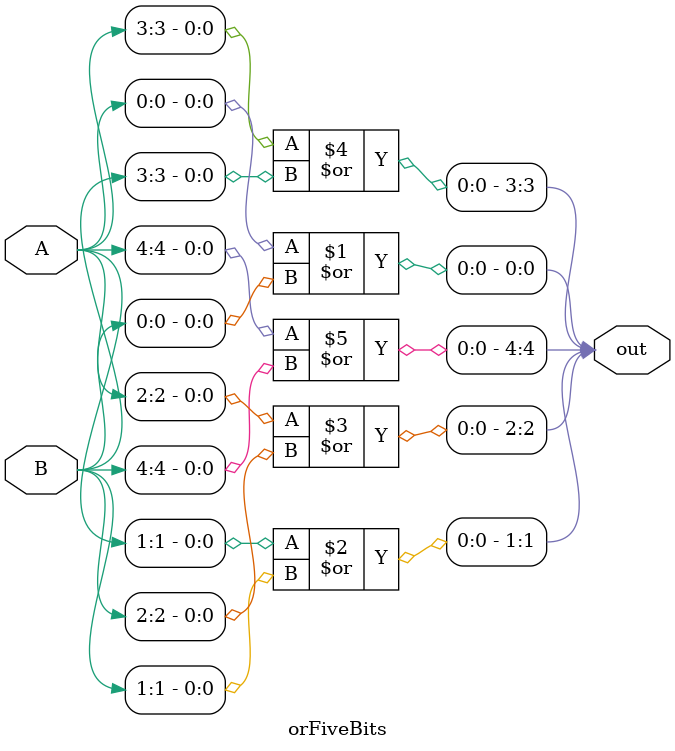
<source format=v>
module orFiveBits(out,A,B); //5 bitlik iki sayıyı or'lar.
input [4:0] A,B; //Input 5 bitlik iki sayı
output [4:0] out; //Output 5 bitlik sayı
wire [4:0] A,B,out;

//5 bitin teker teker or'lanması
or or0(out[0],A[0],B[0]);
or or1(out[1],A[1],B[1]);
or or2(out[2],A[2],B[2]);
or or3(out[3],A[3],B[3]);
or or4(out[4],A[4],B[4]);

endmodule

</source>
